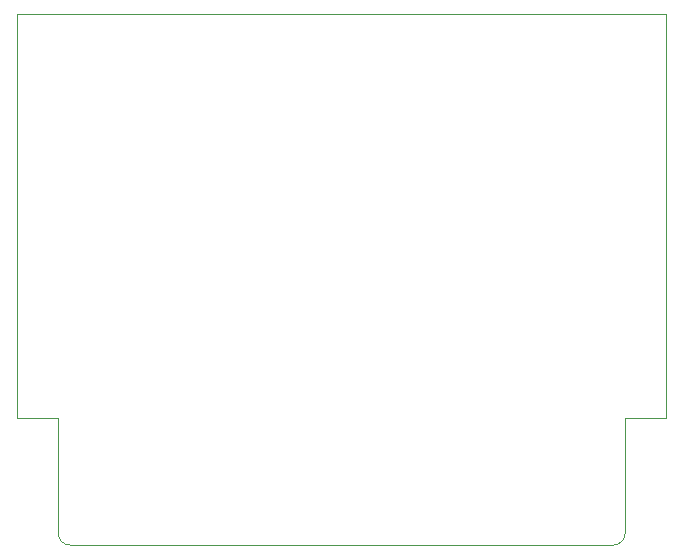
<source format=gbr>
%TF.GenerationSoftware,KiCad,Pcbnew,(6.0.7-1)-1*%
%TF.CreationDate,2023-01-14T18:56:46-08:00*%
%TF.ProjectId,QCard,51436172-642e-46b6-9963-61645f706362,rev?*%
%TF.SameCoordinates,Original*%
%TF.FileFunction,Profile,NP*%
%FSLAX46Y46*%
G04 Gerber Fmt 4.6, Leading zero omitted, Abs format (unit mm)*
G04 Created by KiCad (PCBNEW (6.0.7-1)-1) date 2023-01-14 18:56:46*
%MOMM*%
%LPD*%
G01*
G04 APERTURE LIST*
%TA.AperFunction,Profile*%
%ADD10C,0.100000*%
%TD*%
G04 APERTURE END LIST*
D10*
X53500000Y-94000000D02*
G75*
G03*
X54500000Y-95000000I1000000J0D01*
G01*
X100500000Y-95000000D02*
G75*
G03*
X101500000Y-94000000I0J1000000D01*
G01*
X100500000Y-95000000D02*
X54500000Y-95000000D01*
X50000000Y-50000000D02*
X105000000Y-50000000D01*
X105000000Y-84250000D02*
X105000000Y-50000000D01*
X101500000Y-94000000D02*
X101500000Y-84250000D01*
X53500000Y-84250000D02*
X53500000Y-94000000D01*
X50000000Y-50000000D02*
X50000000Y-84250000D01*
X101500000Y-84250000D02*
X105000000Y-84250000D01*
X50000000Y-84250000D02*
X53500000Y-84250000D01*
M02*

</source>
